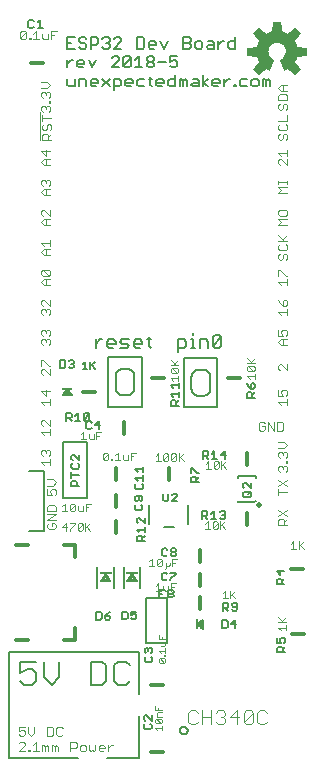
<source format=gto>
G75*
%MOIN*%
%OFA0B0*%
%FSLAX25Y25*%
%IPPOS*%
%LPD*%
%AMOC8*
5,1,8,0,0,1.08239X$1,22.5*
%
%ADD10C,0.00400*%
%ADD11C,0.00600*%
%ADD12C,0.00800*%
%ADD13C,0.00500*%
%ADD14C,0.00700*%
%ADD15C,0.00300*%
%ADD16C,0.01200*%
%ADD17R,0.03500X0.00750*%
%ADD18C,0.00200*%
%ADD19R,0.00750X0.03500*%
%ADD20R,0.03937X0.00787*%
%ADD21C,0.02000*%
D10*
X0032660Y0092180D02*
X0032193Y0092647D01*
X0032193Y0093581D01*
X0032660Y0094048D01*
X0033594Y0094048D02*
X0033594Y0093114D01*
X0033594Y0094048D02*
X0034528Y0094048D01*
X0034995Y0093581D01*
X0034995Y0092647D01*
X0034528Y0092180D01*
X0032660Y0092180D01*
X0032193Y0095127D02*
X0034995Y0096995D01*
X0032193Y0096995D01*
X0032193Y0098073D02*
X0032193Y0099474D01*
X0032660Y0099942D01*
X0034528Y0099942D01*
X0034995Y0099474D01*
X0034995Y0098073D01*
X0032193Y0098073D01*
X0032193Y0095127D02*
X0034995Y0095127D01*
X0034661Y0103285D02*
X0035195Y0103819D01*
X0035195Y0104887D01*
X0034661Y0105420D01*
X0033594Y0105420D01*
X0033060Y0104887D01*
X0033060Y0104353D01*
X0033594Y0103285D01*
X0031992Y0103285D01*
X0031992Y0105420D01*
X0031992Y0106600D02*
X0034128Y0106600D01*
X0035195Y0107668D01*
X0034128Y0108735D01*
X0031992Y0108735D01*
X0031093Y0113469D02*
X0030093Y0114470D01*
X0033095Y0114470D01*
X0033095Y0113469D02*
X0033095Y0115471D01*
X0032595Y0116600D02*
X0033095Y0117100D01*
X0033095Y0118101D01*
X0032595Y0118602D01*
X0032094Y0118602D01*
X0031594Y0118101D01*
X0031594Y0117601D01*
X0031594Y0118101D02*
X0031093Y0118602D01*
X0030593Y0118602D01*
X0030093Y0118101D01*
X0030093Y0117100D01*
X0030593Y0116600D01*
X0031093Y0123469D02*
X0030093Y0124470D01*
X0033095Y0124470D01*
X0033095Y0123469D02*
X0033095Y0125471D01*
X0033095Y0126600D02*
X0031093Y0128602D01*
X0030593Y0128602D01*
X0030093Y0128101D01*
X0030093Y0127100D01*
X0030593Y0126600D01*
X0033095Y0126600D02*
X0033095Y0128602D01*
X0033095Y0133469D02*
X0033095Y0135471D01*
X0033095Y0134470D02*
X0030093Y0134470D01*
X0031093Y0133469D01*
X0031594Y0136600D02*
X0031594Y0138602D01*
X0033095Y0138101D02*
X0030093Y0138101D01*
X0031594Y0136600D01*
X0030593Y0143469D02*
X0030093Y0143970D01*
X0030093Y0144971D01*
X0030593Y0145471D01*
X0031093Y0145471D01*
X0033095Y0143469D01*
X0033095Y0145471D01*
X0033095Y0146600D02*
X0032595Y0146600D01*
X0030593Y0148602D01*
X0030093Y0148602D01*
X0030093Y0146600D01*
X0030593Y0153469D02*
X0030093Y0153970D01*
X0030093Y0154971D01*
X0030593Y0155471D01*
X0031093Y0155471D01*
X0031594Y0154971D01*
X0032094Y0155471D01*
X0032595Y0155471D01*
X0033095Y0154971D01*
X0033095Y0153970D01*
X0032595Y0153469D01*
X0031594Y0154470D02*
X0031594Y0154971D01*
X0032595Y0156600D02*
X0033095Y0157100D01*
X0033095Y0158101D01*
X0032595Y0158602D01*
X0032094Y0158602D01*
X0031594Y0158101D01*
X0031594Y0157601D01*
X0031594Y0158101D02*
X0031093Y0158602D01*
X0030593Y0158602D01*
X0030093Y0158101D01*
X0030093Y0157100D01*
X0030593Y0156600D01*
X0030593Y0163469D02*
X0030093Y0163970D01*
X0030093Y0164971D01*
X0030593Y0165471D01*
X0031093Y0165471D01*
X0031594Y0164971D01*
X0032094Y0165471D01*
X0032595Y0165471D01*
X0033095Y0164971D01*
X0033095Y0163970D01*
X0032595Y0163469D01*
X0031594Y0164470D02*
X0031594Y0164971D01*
X0030593Y0166600D02*
X0030093Y0167100D01*
X0030093Y0168101D01*
X0030593Y0168602D01*
X0031093Y0168602D01*
X0033095Y0166600D01*
X0033095Y0168602D01*
X0033095Y0173469D02*
X0031093Y0173469D01*
X0030093Y0174470D01*
X0031093Y0175471D01*
X0033095Y0175471D01*
X0032595Y0176600D02*
X0030593Y0178602D01*
X0032595Y0178602D01*
X0033095Y0178101D01*
X0033095Y0177100D01*
X0032595Y0176600D01*
X0030593Y0176600D01*
X0030093Y0177100D01*
X0030093Y0178101D01*
X0030593Y0178602D01*
X0031594Y0175471D02*
X0031594Y0173469D01*
X0031594Y0183469D02*
X0031594Y0185471D01*
X0031093Y0185471D02*
X0033095Y0185471D01*
X0033095Y0186600D02*
X0033095Y0188602D01*
X0033095Y0187601D02*
X0030093Y0187601D01*
X0031093Y0186600D01*
X0031093Y0185471D02*
X0030093Y0184470D01*
X0031093Y0183469D01*
X0033095Y0183469D01*
X0033095Y0193469D02*
X0031093Y0193469D01*
X0030093Y0194470D01*
X0031093Y0195471D01*
X0033095Y0195471D01*
X0033095Y0196600D02*
X0031093Y0198602D01*
X0030593Y0198602D01*
X0030093Y0198101D01*
X0030093Y0197100D01*
X0030593Y0196600D01*
X0031594Y0195471D02*
X0031594Y0193469D01*
X0033095Y0196600D02*
X0033095Y0198602D01*
X0033095Y0203469D02*
X0031093Y0203469D01*
X0030093Y0204470D01*
X0031093Y0205471D01*
X0033095Y0205471D01*
X0032595Y0206600D02*
X0033095Y0207100D01*
X0033095Y0208101D01*
X0032595Y0208602D01*
X0032094Y0208602D01*
X0031594Y0208101D01*
X0031594Y0207601D01*
X0031594Y0208101D02*
X0031093Y0208602D01*
X0030593Y0208602D01*
X0030093Y0208101D01*
X0030093Y0207100D01*
X0030593Y0206600D01*
X0031594Y0205471D02*
X0031594Y0203469D01*
X0031594Y0213469D02*
X0031594Y0215471D01*
X0031093Y0215471D02*
X0033095Y0215471D01*
X0031594Y0216600D02*
X0031594Y0218602D01*
X0033095Y0218101D02*
X0030093Y0218101D01*
X0031594Y0216600D01*
X0031093Y0215471D02*
X0030093Y0214470D01*
X0031093Y0213469D01*
X0033095Y0213469D01*
X0033395Y0221904D02*
X0030393Y0221904D01*
X0030393Y0223405D01*
X0030893Y0223906D01*
X0031894Y0223906D01*
X0032394Y0223405D01*
X0032394Y0221904D01*
X0032394Y0222905D02*
X0033395Y0223906D01*
X0032895Y0225035D02*
X0033395Y0225535D01*
X0033395Y0226536D01*
X0032895Y0227036D01*
X0032394Y0227036D01*
X0031894Y0226536D01*
X0031894Y0225535D01*
X0031393Y0225035D01*
X0030893Y0225035D01*
X0030393Y0225535D01*
X0030393Y0226536D01*
X0030893Y0227036D01*
X0030393Y0228165D02*
X0030393Y0230167D01*
X0030593Y0231121D02*
X0030093Y0231622D01*
X0030093Y0232623D01*
X0030593Y0233123D01*
X0031093Y0233123D01*
X0031594Y0232623D01*
X0032094Y0233123D01*
X0032595Y0233123D01*
X0033095Y0232623D01*
X0033095Y0231622D01*
X0032595Y0231121D01*
X0031594Y0232122D02*
X0031594Y0232623D01*
X0032595Y0234252D02*
X0032595Y0234752D01*
X0033095Y0234752D01*
X0033095Y0234252D01*
X0032595Y0234252D01*
X0032595Y0235817D02*
X0033095Y0236318D01*
X0033095Y0237319D01*
X0032595Y0237819D01*
X0032094Y0237819D01*
X0031594Y0237319D01*
X0031594Y0236818D01*
X0031594Y0237319D02*
X0031093Y0237819D01*
X0030593Y0237819D01*
X0030093Y0237319D01*
X0030093Y0236318D01*
X0030593Y0235817D01*
X0030093Y0238948D02*
X0032094Y0238948D01*
X0033095Y0239949D01*
X0032094Y0240950D01*
X0030093Y0240950D01*
X0029595Y0231096D02*
X0029595Y0221704D01*
X0030393Y0229166D02*
X0033395Y0229166D01*
X0103100Y0127903D02*
X0102599Y0127402D01*
X0102599Y0125400D01*
X0103100Y0124900D01*
X0104100Y0124900D01*
X0104601Y0125400D01*
X0104601Y0126401D01*
X0103600Y0126401D01*
X0104601Y0127402D02*
X0104100Y0127903D01*
X0103100Y0127903D01*
X0105730Y0127903D02*
X0105730Y0124900D01*
X0107732Y0124900D02*
X0105730Y0127903D01*
X0107732Y0127903D02*
X0107732Y0124900D01*
X0108860Y0124900D02*
X0108860Y0127903D01*
X0110362Y0127903D01*
X0110862Y0127402D01*
X0110862Y0125400D01*
X0110362Y0124900D01*
X0108860Y0124900D01*
X0109093Y0120950D02*
X0111094Y0120950D01*
X0112095Y0119949D01*
X0111094Y0118948D01*
X0109093Y0118948D01*
X0109593Y0117819D02*
X0109093Y0117319D01*
X0109093Y0116318D01*
X0109593Y0115817D01*
X0110594Y0116818D02*
X0110594Y0117319D01*
X0111094Y0117819D01*
X0111595Y0117819D01*
X0112095Y0117319D01*
X0112095Y0116318D01*
X0111595Y0115817D01*
X0111595Y0114752D02*
X0112095Y0114752D01*
X0112095Y0114252D01*
X0111595Y0114252D01*
X0111595Y0114752D01*
X0111595Y0113123D02*
X0112095Y0112623D01*
X0112095Y0111622D01*
X0111595Y0111121D01*
X0110594Y0112122D02*
X0110594Y0112623D01*
X0111094Y0113123D01*
X0111595Y0113123D01*
X0110594Y0112623D02*
X0110093Y0113123D01*
X0109593Y0113123D01*
X0109093Y0112623D01*
X0109093Y0111622D01*
X0109593Y0111121D01*
X0109093Y0108602D02*
X0112095Y0106600D01*
X0112095Y0108602D02*
X0109093Y0106600D01*
X0109093Y0105471D02*
X0109093Y0103469D01*
X0109093Y0104470D02*
X0112095Y0104470D01*
X0112095Y0098602D02*
X0109093Y0096600D01*
X0109593Y0095471D02*
X0109093Y0094971D01*
X0109093Y0093469D01*
X0112095Y0093469D01*
X0111094Y0093469D02*
X0111094Y0094971D01*
X0110594Y0095471D01*
X0109593Y0095471D01*
X0111094Y0094470D02*
X0112095Y0095471D01*
X0112095Y0096600D02*
X0109093Y0098602D01*
X0110594Y0117319D02*
X0110093Y0117819D01*
X0109593Y0117819D01*
X0110093Y0133469D02*
X0109093Y0134470D01*
X0112095Y0134470D01*
X0112095Y0133469D02*
X0112095Y0135471D01*
X0111595Y0136600D02*
X0112095Y0137100D01*
X0112095Y0138101D01*
X0111595Y0138602D01*
X0110594Y0138602D01*
X0110093Y0138101D01*
X0110093Y0137601D01*
X0110594Y0136600D01*
X0109093Y0136600D01*
X0109093Y0138602D01*
X0109593Y0145035D02*
X0109093Y0145535D01*
X0109093Y0146536D01*
X0109593Y0147036D01*
X0110093Y0147036D01*
X0112095Y0145035D01*
X0112095Y0147036D01*
X0112095Y0153469D02*
X0110093Y0153469D01*
X0109093Y0154470D01*
X0110093Y0155471D01*
X0112095Y0155471D01*
X0111595Y0156600D02*
X0112095Y0157100D01*
X0112095Y0158101D01*
X0111595Y0158602D01*
X0110594Y0158602D01*
X0110093Y0158101D01*
X0110093Y0157601D01*
X0110594Y0156600D01*
X0109093Y0156600D01*
X0109093Y0158602D01*
X0110594Y0155471D02*
X0110594Y0153469D01*
X0110093Y0163469D02*
X0109093Y0164470D01*
X0112095Y0164470D01*
X0112095Y0163469D02*
X0112095Y0165471D01*
X0111595Y0166600D02*
X0112095Y0167100D01*
X0112095Y0168101D01*
X0111595Y0168602D01*
X0111094Y0168602D01*
X0110594Y0168101D01*
X0110594Y0166600D01*
X0111595Y0166600D01*
X0110594Y0166600D02*
X0109593Y0167601D01*
X0109093Y0168602D01*
X0110093Y0173469D02*
X0109093Y0174470D01*
X0112095Y0174470D01*
X0112095Y0173469D02*
X0112095Y0175471D01*
X0112095Y0176600D02*
X0111595Y0176600D01*
X0109593Y0178602D01*
X0109093Y0178602D01*
X0109093Y0176600D01*
X0109593Y0181904D02*
X0109093Y0182404D01*
X0109093Y0183405D01*
X0109593Y0183906D01*
X0110594Y0183405D02*
X0111094Y0183906D01*
X0111595Y0183906D01*
X0112095Y0183405D01*
X0112095Y0182404D01*
X0111595Y0181904D01*
X0110594Y0182404D02*
X0110594Y0183405D01*
X0110594Y0182404D02*
X0110093Y0181904D01*
X0109593Y0181904D01*
X0109593Y0185035D02*
X0109093Y0185535D01*
X0109093Y0186536D01*
X0109593Y0187036D01*
X0109093Y0188165D02*
X0112095Y0188165D01*
X0111094Y0188165D02*
X0109093Y0190167D01*
X0110594Y0188666D02*
X0112095Y0190167D01*
X0111595Y0187036D02*
X0112095Y0186536D01*
X0112095Y0185535D01*
X0111595Y0185035D01*
X0109593Y0185035D01*
X0109093Y0193469D02*
X0110093Y0194470D01*
X0109093Y0195471D01*
X0112095Y0195471D01*
X0111595Y0196600D02*
X0112095Y0197100D01*
X0112095Y0198101D01*
X0111595Y0198602D01*
X0109593Y0198602D01*
X0109093Y0198101D01*
X0109093Y0197100D01*
X0109593Y0196600D01*
X0111595Y0196600D01*
X0112095Y0193469D02*
X0109093Y0193469D01*
X0109093Y0203991D02*
X0110093Y0204992D01*
X0109093Y0205993D01*
X0112095Y0205993D01*
X0112095Y0207122D02*
X0112095Y0208123D01*
X0112095Y0207622D02*
X0109093Y0207622D01*
X0109093Y0207122D02*
X0109093Y0208123D01*
X0109093Y0203991D02*
X0112095Y0203991D01*
X0112095Y0213469D02*
X0110093Y0215471D01*
X0109593Y0215471D01*
X0109093Y0214971D01*
X0109093Y0213970D01*
X0109593Y0213469D01*
X0110093Y0216600D02*
X0109093Y0217601D01*
X0112095Y0217601D01*
X0112095Y0216600D02*
X0112095Y0218602D01*
X0112095Y0215471D02*
X0112095Y0213469D01*
X0111595Y0221904D02*
X0112095Y0222404D01*
X0112095Y0223405D01*
X0111595Y0223906D01*
X0111094Y0223906D01*
X0110594Y0223405D01*
X0110594Y0222404D01*
X0110093Y0221904D01*
X0109593Y0221904D01*
X0109093Y0222404D01*
X0109093Y0223405D01*
X0109593Y0223906D01*
X0109593Y0225035D02*
X0109093Y0225535D01*
X0109093Y0226536D01*
X0109593Y0227036D01*
X0109093Y0228165D02*
X0112095Y0228165D01*
X0112095Y0230167D01*
X0111595Y0231904D02*
X0112095Y0232404D01*
X0112095Y0233405D01*
X0111595Y0233906D01*
X0111094Y0233906D01*
X0110594Y0233405D01*
X0110594Y0232404D01*
X0110093Y0231904D01*
X0109593Y0231904D01*
X0109093Y0232404D01*
X0109093Y0233405D01*
X0109593Y0233906D01*
X0109093Y0235035D02*
X0109093Y0236536D01*
X0109593Y0237036D01*
X0111595Y0237036D01*
X0112095Y0236536D01*
X0112095Y0235035D01*
X0109093Y0235035D01*
X0110093Y0238165D02*
X0109093Y0239166D01*
X0110093Y0240167D01*
X0112095Y0240167D01*
X0112095Y0238165D02*
X0110093Y0238165D01*
X0110594Y0238165D02*
X0110594Y0240167D01*
X0111595Y0227036D02*
X0112095Y0226536D01*
X0112095Y0225535D01*
X0111595Y0225035D01*
X0109593Y0225035D01*
X0104493Y0031704D02*
X0102958Y0031704D01*
X0102191Y0030937D01*
X0102191Y0027867D01*
X0102958Y0027100D01*
X0104493Y0027100D01*
X0105260Y0027867D01*
X0105260Y0030937D02*
X0104493Y0031704D01*
X0100657Y0030937D02*
X0100657Y0027867D01*
X0099889Y0027100D01*
X0098355Y0027100D01*
X0097587Y0027867D01*
X0100657Y0030937D01*
X0099889Y0031704D01*
X0098355Y0031704D01*
X0097587Y0030937D01*
X0097587Y0027867D01*
X0096053Y0029402D02*
X0092983Y0029402D01*
X0095285Y0031704D01*
X0095285Y0027100D01*
X0091449Y0027867D02*
X0090681Y0027100D01*
X0089147Y0027100D01*
X0088379Y0027867D01*
X0086845Y0027100D02*
X0086845Y0031704D01*
X0088379Y0030937D02*
X0089147Y0031704D01*
X0090681Y0031704D01*
X0091449Y0030937D01*
X0091449Y0030169D01*
X0090681Y0029402D01*
X0091449Y0028635D01*
X0091449Y0027867D01*
X0090681Y0029402D02*
X0089914Y0029402D01*
X0086845Y0029402D02*
X0083775Y0029402D01*
X0082241Y0030937D02*
X0081473Y0031704D01*
X0079939Y0031704D01*
X0079172Y0030937D01*
X0079172Y0027867D01*
X0079939Y0027100D01*
X0081473Y0027100D01*
X0082241Y0027867D01*
X0083775Y0027100D02*
X0083775Y0031704D01*
D11*
X0083995Y0058775D02*
X0081995Y0060275D01*
X0083995Y0061775D01*
X0083995Y0058775D01*
X0083995Y0059175D02*
X0083462Y0059175D01*
X0083995Y0059773D02*
X0082664Y0059773D01*
X0082124Y0060372D02*
X0083995Y0060372D01*
X0083995Y0060970D02*
X0082922Y0060970D01*
X0083720Y0061569D02*
X0083995Y0061569D01*
X0090520Y0061627D02*
X0090520Y0059025D01*
X0091821Y0059025D01*
X0092255Y0059459D01*
X0092255Y0061194D01*
X0091821Y0061627D01*
X0090520Y0061627D01*
X0090670Y0064875D02*
X0090670Y0067477D01*
X0091971Y0067477D01*
X0092405Y0067044D01*
X0092405Y0066176D01*
X0091971Y0065742D01*
X0090670Y0065742D01*
X0091538Y0065742D02*
X0092405Y0064875D01*
X0093617Y0065309D02*
X0094050Y0064875D01*
X0094918Y0064875D01*
X0095351Y0065309D01*
X0095351Y0067044D01*
X0094918Y0067477D01*
X0094050Y0067477D01*
X0093617Y0067044D01*
X0093617Y0066610D01*
X0094050Y0066176D01*
X0095351Y0066176D01*
X0094768Y0061627D02*
X0093467Y0060326D01*
X0095201Y0060326D01*
X0094768Y0059025D02*
X0094768Y0061627D01*
X0108818Y0055756D02*
X0108818Y0054022D01*
X0110119Y0054022D01*
X0109685Y0054889D01*
X0109685Y0055323D01*
X0110119Y0055756D01*
X0110986Y0055756D01*
X0111420Y0055323D01*
X0111420Y0054455D01*
X0110986Y0054022D01*
X0111420Y0052810D02*
X0110553Y0051942D01*
X0110553Y0052376D02*
X0110553Y0051075D01*
X0111420Y0051075D02*
X0108818Y0051075D01*
X0108818Y0052376D01*
X0109252Y0052810D01*
X0110119Y0052810D01*
X0110553Y0052376D01*
X0110303Y0073825D02*
X0110303Y0075126D01*
X0109869Y0075560D01*
X0109002Y0075560D01*
X0108568Y0075126D01*
X0108568Y0073825D01*
X0111170Y0073825D01*
X0110303Y0074692D02*
X0111170Y0075560D01*
X0109869Y0076772D02*
X0109869Y0078506D01*
X0108568Y0078073D02*
X0109869Y0076772D01*
X0111170Y0078073D02*
X0108568Y0078073D01*
X0099561Y0102753D02*
X0097827Y0102753D01*
X0097393Y0103187D01*
X0097393Y0104055D01*
X0097827Y0104488D01*
X0099561Y0104488D01*
X0099995Y0104055D01*
X0099995Y0103187D01*
X0099561Y0102753D01*
X0099128Y0103621D02*
X0099995Y0104488D01*
X0099995Y0105700D02*
X0098260Y0107435D01*
X0097827Y0107435D01*
X0097393Y0107001D01*
X0097393Y0106134D01*
X0097827Y0105700D01*
X0099995Y0105700D02*
X0099995Y0107435D01*
X0091250Y0115500D02*
X0091250Y0118102D01*
X0089949Y0116801D01*
X0091683Y0116801D01*
X0088737Y0115500D02*
X0087002Y0115500D01*
X0087870Y0115500D02*
X0087870Y0118102D01*
X0087002Y0117235D01*
X0085790Y0117669D02*
X0085790Y0116801D01*
X0085357Y0116367D01*
X0084056Y0116367D01*
X0084923Y0116367D02*
X0085790Y0115500D01*
X0084056Y0115500D02*
X0084056Y0118102D01*
X0085357Y0118102D01*
X0085790Y0117669D01*
X0080402Y0112388D02*
X0082136Y0110653D01*
X0082570Y0110653D01*
X0082570Y0109442D02*
X0081703Y0108574D01*
X0081703Y0109008D02*
X0081703Y0107707D01*
X0082570Y0107707D02*
X0079968Y0107707D01*
X0079968Y0109008D01*
X0080402Y0109442D01*
X0081269Y0109442D01*
X0081703Y0109008D01*
X0079968Y0110653D02*
X0079968Y0112388D01*
X0080402Y0112388D01*
X0075030Y0103902D02*
X0074163Y0103902D01*
X0073729Y0103469D01*
X0072517Y0103902D02*
X0072517Y0101734D01*
X0072084Y0101300D01*
X0071216Y0101300D01*
X0070783Y0101734D01*
X0070783Y0103902D01*
X0073729Y0101300D02*
X0075464Y0103035D01*
X0075464Y0103469D01*
X0075030Y0103902D01*
X0075464Y0101300D02*
X0073729Y0101300D01*
X0064570Y0095738D02*
X0064570Y0094003D01*
X0062835Y0095738D01*
X0062402Y0095738D01*
X0061968Y0095305D01*
X0061968Y0094437D01*
X0062402Y0094003D01*
X0061968Y0091924D02*
X0064570Y0091924D01*
X0064570Y0091057D02*
X0064570Y0092792D01*
X0064570Y0089845D02*
X0063703Y0088978D01*
X0063703Y0089412D02*
X0063703Y0088110D01*
X0064570Y0088110D02*
X0061968Y0088110D01*
X0061968Y0089412D01*
X0062402Y0089845D01*
X0063269Y0089845D01*
X0063703Y0089412D01*
X0062835Y0091057D02*
X0061968Y0091924D01*
X0061702Y0098457D02*
X0061268Y0098891D01*
X0061268Y0099758D01*
X0061702Y0100192D01*
X0061702Y0101403D02*
X0061268Y0101837D01*
X0061268Y0102705D01*
X0061702Y0103138D01*
X0063436Y0103138D01*
X0063870Y0102705D01*
X0063870Y0101837D01*
X0063436Y0101403D01*
X0062569Y0101837D02*
X0062569Y0103138D01*
X0062569Y0101837D02*
X0062135Y0101403D01*
X0061702Y0101403D01*
X0063436Y0100192D02*
X0063870Y0099758D01*
X0063870Y0098891D01*
X0063436Y0098457D01*
X0061702Y0098457D01*
X0061852Y0105310D02*
X0061418Y0105744D01*
X0061418Y0106612D01*
X0061852Y0107045D01*
X0062285Y0108257D02*
X0061418Y0109124D01*
X0064020Y0109124D01*
X0064020Y0108257D02*
X0064020Y0109992D01*
X0064020Y0111203D02*
X0064020Y0112938D01*
X0064020Y0112071D02*
X0061418Y0112071D01*
X0062285Y0111203D01*
X0063586Y0107045D02*
X0064020Y0106612D01*
X0064020Y0105744D01*
X0063586Y0105310D01*
X0061852Y0105310D01*
X0070893Y0085636D02*
X0070459Y0085202D01*
X0070459Y0083467D01*
X0070893Y0083033D01*
X0071760Y0083033D01*
X0072194Y0083467D01*
X0073406Y0083467D02*
X0073839Y0083033D01*
X0074707Y0083033D01*
X0075141Y0083467D01*
X0075141Y0083901D01*
X0074707Y0084335D01*
X0073839Y0084335D01*
X0073406Y0084768D01*
X0073406Y0085202D01*
X0073839Y0085636D01*
X0074707Y0085636D01*
X0075141Y0085202D01*
X0075141Y0084768D01*
X0074707Y0084335D01*
X0073839Y0084335D02*
X0073406Y0083901D01*
X0073406Y0083467D01*
X0072194Y0085202D02*
X0071760Y0085636D01*
X0070893Y0085636D01*
X0070684Y0077567D02*
X0070251Y0077134D01*
X0070251Y0075399D01*
X0070684Y0074965D01*
X0071552Y0074965D01*
X0071985Y0075399D01*
X0073197Y0075399D02*
X0073197Y0074965D01*
X0073197Y0075399D02*
X0074932Y0077134D01*
X0074932Y0077567D01*
X0073197Y0077567D01*
X0071985Y0077134D02*
X0071552Y0077567D01*
X0070684Y0077567D01*
X0071262Y0071877D02*
X0069527Y0071877D01*
X0069527Y0069275D01*
X0069527Y0070576D02*
X0070395Y0070576D01*
X0072474Y0070576D02*
X0073775Y0070576D01*
X0074208Y0070142D01*
X0074208Y0069709D01*
X0073775Y0069275D01*
X0072474Y0069275D01*
X0072474Y0071877D01*
X0073775Y0071877D01*
X0074208Y0071444D01*
X0074208Y0071010D01*
X0073775Y0070576D01*
X0066711Y0052431D02*
X0067145Y0051998D01*
X0067145Y0051130D01*
X0066711Y0050697D01*
X0066711Y0049485D02*
X0067145Y0049051D01*
X0067145Y0048184D01*
X0066711Y0047750D01*
X0064977Y0047750D01*
X0064543Y0048184D01*
X0064543Y0049051D01*
X0064977Y0049485D01*
X0064977Y0050697D02*
X0064543Y0051130D01*
X0064543Y0051998D01*
X0064977Y0052431D01*
X0065410Y0052431D01*
X0065844Y0051998D01*
X0066278Y0052431D01*
X0066711Y0052431D01*
X0065844Y0051998D02*
X0065844Y0051564D01*
X0061400Y0062000D02*
X0060532Y0062000D01*
X0060099Y0062434D01*
X0060099Y0063301D02*
X0060966Y0063735D01*
X0061400Y0063735D01*
X0061833Y0063301D01*
X0061833Y0062434D01*
X0061400Y0062000D01*
X0060099Y0063301D02*
X0060099Y0064602D01*
X0061833Y0064602D01*
X0058887Y0064169D02*
X0058887Y0062434D01*
X0058453Y0062000D01*
X0057152Y0062000D01*
X0057152Y0064602D01*
X0058453Y0064602D01*
X0058887Y0064169D01*
X0053158Y0064502D02*
X0052291Y0064069D01*
X0051424Y0063201D01*
X0052725Y0063201D01*
X0053158Y0062767D01*
X0053158Y0062334D01*
X0052725Y0061900D01*
X0051857Y0061900D01*
X0051424Y0062334D01*
X0051424Y0063201D01*
X0050212Y0062334D02*
X0050212Y0064069D01*
X0049778Y0064502D01*
X0048477Y0064502D01*
X0048477Y0061900D01*
X0049778Y0061900D01*
X0050212Y0062334D01*
X0064752Y0030006D02*
X0064318Y0029573D01*
X0064318Y0028705D01*
X0064752Y0028272D01*
X0064752Y0027060D02*
X0064318Y0026626D01*
X0064318Y0025759D01*
X0064752Y0025325D01*
X0066486Y0025325D01*
X0066920Y0025759D01*
X0066920Y0026626D01*
X0066486Y0027060D01*
X0066920Y0028272D02*
X0065185Y0030006D01*
X0064752Y0030006D01*
X0066920Y0030006D02*
X0066920Y0028272D01*
X0083756Y0095500D02*
X0083756Y0098102D01*
X0085057Y0098102D01*
X0085490Y0097669D01*
X0085490Y0096801D01*
X0085057Y0096367D01*
X0083756Y0096367D01*
X0084623Y0096367D02*
X0085490Y0095500D01*
X0086702Y0095500D02*
X0088437Y0095500D01*
X0087570Y0095500D02*
X0087570Y0098102D01*
X0086702Y0097235D01*
X0089649Y0097669D02*
X0090082Y0098102D01*
X0090950Y0098102D01*
X0091383Y0097669D01*
X0091383Y0097235D01*
X0090950Y0096801D01*
X0091383Y0096367D01*
X0091383Y0095934D01*
X0090950Y0095500D01*
X0090082Y0095500D01*
X0089649Y0095934D01*
X0090516Y0096801D02*
X0090950Y0096801D01*
X0075920Y0133210D02*
X0073318Y0133210D01*
X0073318Y0134512D01*
X0073752Y0134945D01*
X0074619Y0134945D01*
X0075053Y0134512D01*
X0075053Y0133210D01*
X0075053Y0134078D02*
X0075920Y0134945D01*
X0075920Y0136157D02*
X0075920Y0137892D01*
X0075920Y0137024D02*
X0073318Y0137024D01*
X0074185Y0136157D01*
X0074185Y0139103D02*
X0073318Y0139971D01*
X0075920Y0139971D01*
X0075920Y0140838D02*
X0075920Y0139103D01*
X0075542Y0151099D02*
X0075542Y0155302D01*
X0077644Y0155302D01*
X0078345Y0154602D01*
X0078345Y0153201D01*
X0077644Y0152500D01*
X0075542Y0152500D01*
X0079962Y0152500D02*
X0081363Y0152500D01*
X0080663Y0152500D02*
X0080663Y0155302D01*
X0079962Y0155302D01*
X0080663Y0156704D02*
X0080663Y0157404D01*
X0082909Y0155302D02*
X0082909Y0152500D01*
X0082909Y0155302D02*
X0085010Y0155302D01*
X0085711Y0154602D01*
X0085711Y0152500D01*
X0087328Y0153201D02*
X0087328Y0156003D01*
X0088029Y0156704D01*
X0089430Y0156704D01*
X0090131Y0156003D01*
X0087328Y0153201D01*
X0088029Y0152500D01*
X0089430Y0152500D01*
X0090131Y0153201D01*
X0090131Y0156003D01*
X0098643Y0140613D02*
X0099077Y0139746D01*
X0099944Y0138878D01*
X0099944Y0140180D01*
X0100378Y0140613D01*
X0100811Y0140613D01*
X0101245Y0140180D01*
X0101245Y0139312D01*
X0100811Y0138878D01*
X0099944Y0138878D01*
X0099944Y0137667D02*
X0099077Y0137667D01*
X0098643Y0137233D01*
X0098643Y0135932D01*
X0101245Y0135932D01*
X0100378Y0135932D02*
X0100378Y0137233D01*
X0099944Y0137667D01*
X0100378Y0136799D02*
X0101245Y0137667D01*
X0066744Y0152500D02*
X0066044Y0153201D01*
X0066044Y0156003D01*
X0066744Y0155302D02*
X0065343Y0155302D01*
X0063726Y0154602D02*
X0063726Y0153901D01*
X0060923Y0153901D01*
X0060923Y0153201D02*
X0060923Y0154602D01*
X0061624Y0155302D01*
X0063025Y0155302D01*
X0063726Y0154602D01*
X0063025Y0152500D02*
X0061624Y0152500D01*
X0060923Y0153201D01*
X0059306Y0153201D02*
X0058605Y0153901D01*
X0057204Y0153901D01*
X0056504Y0154602D01*
X0057204Y0155302D01*
X0059306Y0155302D01*
X0059306Y0153201D02*
X0058605Y0152500D01*
X0056504Y0152500D01*
X0054886Y0153901D02*
X0052084Y0153901D01*
X0052084Y0153201D02*
X0052084Y0154602D01*
X0052784Y0155302D01*
X0054186Y0155302D01*
X0054886Y0154602D01*
X0054886Y0153901D01*
X0054186Y0152500D02*
X0052784Y0152500D01*
X0052084Y0153201D01*
X0050502Y0155302D02*
X0049802Y0155302D01*
X0048401Y0153901D01*
X0048401Y0152500D02*
X0048401Y0155302D01*
X0040951Y0147944D02*
X0040951Y0147510D01*
X0040518Y0147076D01*
X0040951Y0146642D01*
X0040951Y0146209D01*
X0040518Y0145775D01*
X0039650Y0145775D01*
X0039217Y0146209D01*
X0038005Y0146209D02*
X0038005Y0147944D01*
X0037571Y0148377D01*
X0036270Y0148377D01*
X0036270Y0145775D01*
X0037571Y0145775D01*
X0038005Y0146209D01*
X0039217Y0147944D02*
X0039650Y0148377D01*
X0040518Y0148377D01*
X0040951Y0147944D01*
X0040518Y0147076D02*
X0040084Y0147076D01*
X0038795Y0138750D02*
X0040295Y0136750D01*
X0037295Y0136750D01*
X0038795Y0138750D01*
X0038366Y0138178D02*
X0039224Y0138178D01*
X0039673Y0137580D02*
X0037918Y0137580D01*
X0037469Y0136981D02*
X0040122Y0136981D01*
X0039796Y0130727D02*
X0038495Y0130727D01*
X0038495Y0128125D01*
X0038495Y0128992D02*
X0039796Y0128992D01*
X0040230Y0129426D01*
X0040230Y0130294D01*
X0039796Y0130727D01*
X0039363Y0128992D02*
X0040230Y0128125D01*
X0041442Y0128125D02*
X0043176Y0128125D01*
X0042309Y0128125D02*
X0042309Y0130727D01*
X0041442Y0129860D01*
X0044388Y0130294D02*
X0044388Y0128559D01*
X0046123Y0130294D01*
X0046123Y0128559D01*
X0045689Y0128125D01*
X0044822Y0128125D01*
X0044388Y0128559D01*
X0045152Y0127594D02*
X0045152Y0125859D01*
X0045586Y0125425D01*
X0046453Y0125425D01*
X0046887Y0125859D01*
X0048099Y0126726D02*
X0049833Y0126726D01*
X0049400Y0125425D02*
X0049400Y0128027D01*
X0048099Y0126726D01*
X0046887Y0127594D02*
X0046453Y0128027D01*
X0045586Y0128027D01*
X0045152Y0127594D01*
X0044388Y0130294D02*
X0044822Y0130727D01*
X0045689Y0130727D01*
X0046123Y0130294D01*
X0042795Y0116888D02*
X0042795Y0115153D01*
X0041060Y0116888D01*
X0040627Y0116888D01*
X0040193Y0116455D01*
X0040193Y0115587D01*
X0040627Y0115153D01*
X0040627Y0113942D02*
X0040193Y0113508D01*
X0040193Y0112641D01*
X0040627Y0112207D01*
X0042361Y0112207D01*
X0042795Y0112641D01*
X0042795Y0113508D01*
X0042361Y0113942D01*
X0042795Y0110128D02*
X0040193Y0110128D01*
X0040193Y0110995D02*
X0040193Y0109260D01*
X0040627Y0108049D02*
X0040193Y0107615D01*
X0040193Y0106314D01*
X0042795Y0106314D01*
X0041928Y0106314D02*
X0041928Y0107615D01*
X0041494Y0108049D01*
X0040627Y0108049D01*
X0030769Y0259075D02*
X0028901Y0259075D01*
X0029835Y0259075D02*
X0029835Y0261877D01*
X0028901Y0260943D01*
X0027638Y0261410D02*
X0027171Y0261877D01*
X0026237Y0261877D01*
X0025770Y0261410D01*
X0025770Y0259542D01*
X0026237Y0259075D01*
X0027171Y0259075D01*
X0027638Y0259542D01*
D12*
X0019268Y0051117D02*
X0019268Y0015683D01*
X0042497Y0015683D01*
X0051946Y0015683D02*
X0062575Y0015683D01*
X0062575Y0029857D01*
X0062575Y0036943D02*
X0062575Y0051117D01*
X0019268Y0051117D01*
X0026095Y0091275D02*
X0031095Y0091275D01*
X0031095Y0111525D01*
X0026095Y0111525D01*
X0037458Y0102351D02*
X0037458Y0121249D01*
X0045332Y0121249D01*
X0045332Y0102351D01*
X0037458Y0102351D01*
X0048814Y0079337D02*
X0048814Y0072463D01*
X0049995Y0074719D02*
X0051570Y0077081D01*
X0053145Y0074719D01*
X0049995Y0074719D01*
X0050783Y0075113D02*
X0051570Y0076294D01*
X0052358Y0075113D01*
X0050783Y0075113D01*
X0050825Y0075176D02*
X0052315Y0075176D01*
X0051783Y0075975D02*
X0051358Y0075975D01*
X0054326Y0079337D02*
X0054326Y0072463D01*
X0057689Y0072463D02*
X0057689Y0079337D01*
X0060445Y0077081D02*
X0058870Y0074719D01*
X0062020Y0074719D01*
X0060445Y0077081D01*
X0060445Y0076294D02*
X0059658Y0075113D01*
X0061233Y0075113D01*
X0060445Y0076294D01*
X0060233Y0075975D02*
X0060658Y0075975D01*
X0061190Y0075176D02*
X0059700Y0075176D01*
X0063201Y0072463D02*
X0063201Y0079337D01*
X0065020Y0069000D02*
X0072020Y0069000D01*
X0072020Y0054000D01*
X0065020Y0054000D01*
X0065020Y0069000D01*
X0071120Y0092866D02*
X0074270Y0092866D01*
X0079191Y0093850D02*
X0079191Y0100150D01*
X0066199Y0100150D02*
X0066199Y0093850D01*
X0095645Y0101000D02*
X0095645Y0101550D01*
X0095645Y0101000D02*
X0101045Y0101000D01*
X0101545Y0101550D01*
X0101545Y0109250D02*
X0101545Y0109800D01*
X0095645Y0109800D01*
X0095645Y0109250D01*
X0076368Y0024983D02*
X0076370Y0025054D01*
X0076376Y0025125D01*
X0076386Y0025196D01*
X0076400Y0025266D01*
X0076417Y0025335D01*
X0076439Y0025403D01*
X0076464Y0025469D01*
X0076493Y0025535D01*
X0076525Y0025598D01*
X0076561Y0025660D01*
X0076600Y0025719D01*
X0076643Y0025776D01*
X0076689Y0025831D01*
X0076737Y0025883D01*
X0076789Y0025933D01*
X0076843Y0025979D01*
X0076899Y0026022D01*
X0076958Y0026062D01*
X0077019Y0026099D01*
X0077082Y0026132D01*
X0077147Y0026162D01*
X0077213Y0026188D01*
X0077281Y0026211D01*
X0077350Y0026229D01*
X0077420Y0026244D01*
X0077490Y0026255D01*
X0077561Y0026262D01*
X0077632Y0026265D01*
X0077703Y0026264D01*
X0077775Y0026259D01*
X0077845Y0026250D01*
X0077915Y0026237D01*
X0077985Y0026221D01*
X0078053Y0026200D01*
X0078120Y0026176D01*
X0078186Y0026148D01*
X0078249Y0026116D01*
X0078311Y0026081D01*
X0078371Y0026043D01*
X0078429Y0026001D01*
X0078485Y0025956D01*
X0078537Y0025908D01*
X0078587Y0025857D01*
X0078635Y0025804D01*
X0078679Y0025748D01*
X0078720Y0025690D01*
X0078757Y0025629D01*
X0078791Y0025567D01*
X0078822Y0025502D01*
X0078849Y0025436D01*
X0078873Y0025369D01*
X0078892Y0025300D01*
X0078908Y0025231D01*
X0078920Y0025161D01*
X0078928Y0025090D01*
X0078932Y0025019D01*
X0078932Y0024947D01*
X0078928Y0024876D01*
X0078920Y0024805D01*
X0078908Y0024735D01*
X0078892Y0024666D01*
X0078873Y0024597D01*
X0078849Y0024530D01*
X0078822Y0024464D01*
X0078791Y0024399D01*
X0078757Y0024337D01*
X0078720Y0024276D01*
X0078679Y0024218D01*
X0078635Y0024162D01*
X0078587Y0024109D01*
X0078537Y0024058D01*
X0078485Y0024010D01*
X0078429Y0023965D01*
X0078371Y0023923D01*
X0078311Y0023885D01*
X0078249Y0023850D01*
X0078186Y0023818D01*
X0078120Y0023790D01*
X0078053Y0023766D01*
X0077985Y0023745D01*
X0077915Y0023729D01*
X0077845Y0023716D01*
X0077775Y0023707D01*
X0077703Y0023702D01*
X0077632Y0023701D01*
X0077561Y0023704D01*
X0077490Y0023711D01*
X0077420Y0023722D01*
X0077350Y0023737D01*
X0077281Y0023755D01*
X0077213Y0023778D01*
X0077147Y0023804D01*
X0077082Y0023834D01*
X0077019Y0023867D01*
X0076958Y0023904D01*
X0076899Y0023944D01*
X0076843Y0023987D01*
X0076789Y0024033D01*
X0076737Y0024083D01*
X0076689Y0024135D01*
X0076643Y0024190D01*
X0076600Y0024247D01*
X0076561Y0024306D01*
X0076525Y0024368D01*
X0076493Y0024431D01*
X0076464Y0024497D01*
X0076439Y0024563D01*
X0076417Y0024631D01*
X0076400Y0024700D01*
X0076386Y0024770D01*
X0076376Y0024841D01*
X0076370Y0024912D01*
X0076368Y0024983D01*
D13*
X0077833Y0132632D02*
X0088857Y0132632D01*
X0088857Y0149168D01*
X0077833Y0149168D01*
X0077833Y0132632D01*
X0080196Y0138931D02*
X0080196Y0142869D01*
X0080198Y0142964D01*
X0080204Y0143059D01*
X0080213Y0143154D01*
X0080227Y0143248D01*
X0080244Y0143341D01*
X0080265Y0143434D01*
X0080289Y0143526D01*
X0080318Y0143617D01*
X0080349Y0143707D01*
X0080385Y0143795D01*
X0080424Y0143882D01*
X0080467Y0143967D01*
X0080512Y0144050D01*
X0080562Y0144131D01*
X0080614Y0144211D01*
X0080670Y0144288D01*
X0080728Y0144363D01*
X0080790Y0144435D01*
X0080855Y0144505D01*
X0080922Y0144572D01*
X0080992Y0144637D01*
X0081064Y0144699D01*
X0081139Y0144757D01*
X0081216Y0144813D01*
X0081296Y0144865D01*
X0081377Y0144915D01*
X0081460Y0144960D01*
X0081545Y0145003D01*
X0081632Y0145042D01*
X0081720Y0145078D01*
X0081810Y0145109D01*
X0081901Y0145138D01*
X0081993Y0145162D01*
X0082086Y0145183D01*
X0082179Y0145200D01*
X0082273Y0145214D01*
X0082368Y0145223D01*
X0082463Y0145229D01*
X0082558Y0145231D01*
X0084133Y0145231D01*
X0084228Y0145229D01*
X0084323Y0145223D01*
X0084418Y0145214D01*
X0084512Y0145200D01*
X0084605Y0145183D01*
X0084698Y0145162D01*
X0084790Y0145138D01*
X0084881Y0145109D01*
X0084971Y0145078D01*
X0085059Y0145042D01*
X0085146Y0145003D01*
X0085231Y0144960D01*
X0085314Y0144915D01*
X0085395Y0144865D01*
X0085475Y0144813D01*
X0085552Y0144757D01*
X0085627Y0144699D01*
X0085699Y0144637D01*
X0085769Y0144572D01*
X0085836Y0144505D01*
X0085901Y0144435D01*
X0085963Y0144363D01*
X0086021Y0144288D01*
X0086077Y0144211D01*
X0086129Y0144131D01*
X0086179Y0144050D01*
X0086224Y0143967D01*
X0086267Y0143882D01*
X0086306Y0143795D01*
X0086342Y0143707D01*
X0086373Y0143617D01*
X0086402Y0143526D01*
X0086426Y0143434D01*
X0086447Y0143341D01*
X0086464Y0143248D01*
X0086478Y0143154D01*
X0086487Y0143059D01*
X0086493Y0142964D01*
X0086495Y0142869D01*
X0086495Y0138931D01*
X0086493Y0138836D01*
X0086487Y0138741D01*
X0086478Y0138646D01*
X0086464Y0138552D01*
X0086447Y0138459D01*
X0086426Y0138366D01*
X0086402Y0138274D01*
X0086373Y0138183D01*
X0086342Y0138093D01*
X0086306Y0138005D01*
X0086267Y0137918D01*
X0086224Y0137833D01*
X0086179Y0137750D01*
X0086129Y0137669D01*
X0086077Y0137589D01*
X0086021Y0137512D01*
X0085963Y0137437D01*
X0085901Y0137365D01*
X0085836Y0137295D01*
X0085769Y0137228D01*
X0085699Y0137163D01*
X0085627Y0137101D01*
X0085552Y0137043D01*
X0085475Y0136987D01*
X0085395Y0136935D01*
X0085314Y0136885D01*
X0085231Y0136840D01*
X0085146Y0136797D01*
X0085059Y0136758D01*
X0084971Y0136722D01*
X0084881Y0136691D01*
X0084790Y0136662D01*
X0084698Y0136638D01*
X0084605Y0136617D01*
X0084512Y0136600D01*
X0084418Y0136586D01*
X0084323Y0136577D01*
X0084228Y0136571D01*
X0084133Y0136569D01*
X0082558Y0136569D01*
X0082463Y0136571D01*
X0082368Y0136577D01*
X0082273Y0136586D01*
X0082179Y0136600D01*
X0082086Y0136617D01*
X0081993Y0136638D01*
X0081901Y0136662D01*
X0081810Y0136691D01*
X0081720Y0136722D01*
X0081632Y0136758D01*
X0081545Y0136797D01*
X0081460Y0136840D01*
X0081377Y0136885D01*
X0081296Y0136935D01*
X0081216Y0136987D01*
X0081139Y0137043D01*
X0081064Y0137101D01*
X0080992Y0137163D01*
X0080922Y0137228D01*
X0080855Y0137295D01*
X0080790Y0137365D01*
X0080728Y0137437D01*
X0080670Y0137512D01*
X0080614Y0137589D01*
X0080562Y0137669D01*
X0080512Y0137750D01*
X0080467Y0137833D01*
X0080424Y0137918D01*
X0080385Y0138005D01*
X0080349Y0138093D01*
X0080318Y0138183D01*
X0080289Y0138274D01*
X0080265Y0138366D01*
X0080244Y0138459D01*
X0080227Y0138552D01*
X0080213Y0138646D01*
X0080204Y0138741D01*
X0080198Y0138836D01*
X0080196Y0138931D01*
X0063557Y0132882D02*
X0052533Y0132882D01*
X0052533Y0149418D01*
X0063557Y0149418D01*
X0063557Y0132882D01*
X0061195Y0139181D02*
X0061195Y0143119D01*
X0061193Y0143214D01*
X0061187Y0143309D01*
X0061178Y0143404D01*
X0061164Y0143498D01*
X0061147Y0143591D01*
X0061126Y0143684D01*
X0061102Y0143776D01*
X0061073Y0143867D01*
X0061042Y0143957D01*
X0061006Y0144045D01*
X0060967Y0144132D01*
X0060924Y0144217D01*
X0060879Y0144300D01*
X0060829Y0144381D01*
X0060777Y0144461D01*
X0060721Y0144538D01*
X0060663Y0144613D01*
X0060601Y0144685D01*
X0060536Y0144755D01*
X0060469Y0144822D01*
X0060399Y0144887D01*
X0060327Y0144949D01*
X0060252Y0145007D01*
X0060175Y0145063D01*
X0060095Y0145115D01*
X0060014Y0145165D01*
X0059931Y0145210D01*
X0059846Y0145253D01*
X0059759Y0145292D01*
X0059671Y0145328D01*
X0059581Y0145359D01*
X0059490Y0145388D01*
X0059398Y0145412D01*
X0059305Y0145433D01*
X0059212Y0145450D01*
X0059118Y0145464D01*
X0059023Y0145473D01*
X0058928Y0145479D01*
X0058833Y0145481D01*
X0057258Y0145481D01*
X0057163Y0145479D01*
X0057068Y0145473D01*
X0056973Y0145464D01*
X0056879Y0145450D01*
X0056786Y0145433D01*
X0056693Y0145412D01*
X0056601Y0145388D01*
X0056510Y0145359D01*
X0056420Y0145328D01*
X0056332Y0145292D01*
X0056245Y0145253D01*
X0056160Y0145210D01*
X0056077Y0145165D01*
X0055996Y0145115D01*
X0055916Y0145063D01*
X0055839Y0145007D01*
X0055764Y0144949D01*
X0055692Y0144887D01*
X0055622Y0144822D01*
X0055555Y0144755D01*
X0055490Y0144685D01*
X0055428Y0144613D01*
X0055370Y0144538D01*
X0055314Y0144461D01*
X0055262Y0144381D01*
X0055212Y0144300D01*
X0055167Y0144217D01*
X0055124Y0144132D01*
X0055085Y0144045D01*
X0055049Y0143957D01*
X0055018Y0143867D01*
X0054989Y0143776D01*
X0054965Y0143684D01*
X0054944Y0143591D01*
X0054927Y0143498D01*
X0054913Y0143404D01*
X0054904Y0143309D01*
X0054898Y0143214D01*
X0054896Y0143119D01*
X0054896Y0139181D01*
X0054898Y0139086D01*
X0054904Y0138991D01*
X0054913Y0138896D01*
X0054927Y0138802D01*
X0054944Y0138709D01*
X0054965Y0138616D01*
X0054989Y0138524D01*
X0055018Y0138433D01*
X0055049Y0138343D01*
X0055085Y0138255D01*
X0055124Y0138168D01*
X0055167Y0138083D01*
X0055212Y0138000D01*
X0055262Y0137919D01*
X0055314Y0137839D01*
X0055370Y0137762D01*
X0055428Y0137687D01*
X0055490Y0137615D01*
X0055555Y0137545D01*
X0055622Y0137478D01*
X0055692Y0137413D01*
X0055764Y0137351D01*
X0055839Y0137293D01*
X0055916Y0137237D01*
X0055996Y0137185D01*
X0056077Y0137135D01*
X0056160Y0137090D01*
X0056245Y0137047D01*
X0056332Y0137008D01*
X0056420Y0136972D01*
X0056510Y0136941D01*
X0056601Y0136912D01*
X0056693Y0136888D01*
X0056786Y0136867D01*
X0056879Y0136850D01*
X0056973Y0136836D01*
X0057068Y0136827D01*
X0057163Y0136821D01*
X0057258Y0136819D01*
X0058833Y0136819D01*
X0058928Y0136821D01*
X0059023Y0136827D01*
X0059118Y0136836D01*
X0059212Y0136850D01*
X0059305Y0136867D01*
X0059398Y0136888D01*
X0059490Y0136912D01*
X0059581Y0136941D01*
X0059671Y0136972D01*
X0059759Y0137008D01*
X0059846Y0137047D01*
X0059931Y0137090D01*
X0060014Y0137135D01*
X0060095Y0137185D01*
X0060175Y0137237D01*
X0060252Y0137293D01*
X0060327Y0137351D01*
X0060399Y0137413D01*
X0060469Y0137478D01*
X0060536Y0137545D01*
X0060601Y0137615D01*
X0060663Y0137687D01*
X0060721Y0137762D01*
X0060777Y0137839D01*
X0060829Y0137919D01*
X0060879Y0138000D01*
X0060924Y0138083D01*
X0060967Y0138168D01*
X0061006Y0138255D01*
X0061042Y0138343D01*
X0061073Y0138433D01*
X0061102Y0138524D01*
X0061126Y0138616D01*
X0061147Y0138709D01*
X0061164Y0138802D01*
X0061178Y0138896D01*
X0061187Y0138991D01*
X0061193Y0139086D01*
X0061195Y0139181D01*
X0048058Y0145575D02*
X0046907Y0146726D01*
X0046523Y0146342D02*
X0048058Y0147877D01*
X0046523Y0147877D02*
X0046523Y0145575D01*
X0045480Y0145575D02*
X0043945Y0145575D01*
X0044712Y0145575D02*
X0044712Y0147877D01*
X0043945Y0147110D01*
X0054314Y0238416D02*
X0054314Y0242119D01*
X0056166Y0242119D01*
X0056783Y0241502D01*
X0056783Y0240267D01*
X0056166Y0239650D01*
X0054314Y0239650D01*
X0052916Y0239650D02*
X0050447Y0242119D01*
X0049049Y0241502D02*
X0049049Y0240884D01*
X0046580Y0240884D01*
X0046580Y0240267D02*
X0046580Y0241502D01*
X0047197Y0242119D01*
X0048431Y0242119D01*
X0049049Y0241502D01*
X0048431Y0239650D02*
X0047197Y0239650D01*
X0046580Y0240267D01*
X0045181Y0239650D02*
X0045181Y0241502D01*
X0044564Y0242119D01*
X0042712Y0242119D01*
X0042712Y0239650D01*
X0041314Y0239650D02*
X0041314Y0242119D01*
X0041314Y0239650D02*
X0039462Y0239650D01*
X0038845Y0240267D01*
X0038845Y0242119D01*
X0038845Y0245950D02*
X0038845Y0248419D01*
X0038845Y0247184D02*
X0040080Y0248419D01*
X0040697Y0248419D01*
X0042068Y0247802D02*
X0042068Y0246567D01*
X0042685Y0245950D01*
X0043919Y0245950D01*
X0044537Y0247184D02*
X0042068Y0247184D01*
X0042068Y0247802D02*
X0042685Y0248419D01*
X0043919Y0248419D01*
X0044537Y0247802D01*
X0044537Y0247184D01*
X0045935Y0248419D02*
X0047170Y0245950D01*
X0048404Y0248419D01*
X0046580Y0252250D02*
X0046580Y0255953D01*
X0048431Y0255953D01*
X0049049Y0255336D01*
X0049049Y0254102D01*
X0048431Y0253484D01*
X0046580Y0253484D01*
X0045181Y0253484D02*
X0045181Y0252867D01*
X0044564Y0252250D01*
X0043330Y0252250D01*
X0042712Y0252867D01*
X0043330Y0254102D02*
X0044564Y0254102D01*
X0045181Y0253484D01*
X0045181Y0255336D02*
X0044564Y0255953D01*
X0043330Y0255953D01*
X0042712Y0255336D01*
X0042712Y0254719D01*
X0043330Y0254102D01*
X0041314Y0255953D02*
X0038845Y0255953D01*
X0038845Y0252250D01*
X0041314Y0252250D01*
X0040080Y0254102D02*
X0038845Y0254102D01*
X0050447Y0255336D02*
X0051064Y0255953D01*
X0052299Y0255953D01*
X0052916Y0255336D01*
X0052916Y0254719D01*
X0052299Y0254102D01*
X0052916Y0253484D01*
X0052916Y0252867D01*
X0052299Y0252250D01*
X0051064Y0252250D01*
X0050447Y0252867D01*
X0051681Y0254102D02*
X0052299Y0254102D01*
X0054314Y0255336D02*
X0054932Y0255953D01*
X0056166Y0255953D01*
X0056783Y0255336D01*
X0056783Y0254719D01*
X0054314Y0252250D01*
X0056783Y0252250D01*
X0055521Y0249653D02*
X0054287Y0249653D01*
X0053670Y0249036D01*
X0055521Y0249653D02*
X0056139Y0249036D01*
X0056139Y0248419D01*
X0053670Y0245950D01*
X0056139Y0245950D01*
X0057537Y0246567D02*
X0057537Y0249036D01*
X0058154Y0249653D01*
X0059389Y0249653D01*
X0060006Y0249036D01*
X0057537Y0246567D01*
X0058154Y0245950D01*
X0059389Y0245950D01*
X0060006Y0246567D01*
X0060006Y0249036D01*
X0061404Y0248419D02*
X0062639Y0249653D01*
X0062639Y0245950D01*
X0063873Y0245950D02*
X0061404Y0245950D01*
X0062666Y0242119D02*
X0062049Y0241502D01*
X0062049Y0240267D01*
X0062666Y0239650D01*
X0064518Y0239650D01*
X0066533Y0240267D02*
X0066533Y0242736D01*
X0065916Y0242119D02*
X0067151Y0242119D01*
X0068494Y0241502D02*
X0068494Y0240267D01*
X0069112Y0239650D01*
X0070346Y0239650D01*
X0070963Y0240884D02*
X0068494Y0240884D01*
X0068494Y0241502D02*
X0069112Y0242119D01*
X0070346Y0242119D01*
X0070963Y0241502D01*
X0070963Y0240884D01*
X0072362Y0240267D02*
X0072362Y0241502D01*
X0072979Y0242119D01*
X0074830Y0242119D01*
X0074830Y0243353D02*
X0074830Y0239650D01*
X0072979Y0239650D01*
X0072362Y0240267D01*
X0073623Y0245950D02*
X0073006Y0246567D01*
X0073623Y0245950D02*
X0074858Y0245950D01*
X0075475Y0246567D01*
X0075475Y0247802D01*
X0074858Y0248419D01*
X0074241Y0248419D01*
X0073006Y0247802D01*
X0073006Y0249653D01*
X0075475Y0249653D01*
X0077518Y0252250D02*
X0079370Y0252250D01*
X0079987Y0252867D01*
X0079987Y0253484D01*
X0079370Y0254102D01*
X0077518Y0254102D01*
X0077518Y0255953D02*
X0077518Y0252250D01*
X0079370Y0254102D02*
X0079987Y0254719D01*
X0079987Y0255336D01*
X0079370Y0255953D01*
X0077518Y0255953D01*
X0081385Y0254102D02*
X0081385Y0252867D01*
X0082003Y0252250D01*
X0083237Y0252250D01*
X0083854Y0252867D01*
X0083854Y0254102D01*
X0083237Y0254719D01*
X0082003Y0254719D01*
X0081385Y0254102D01*
X0085253Y0252867D02*
X0085870Y0253484D01*
X0087721Y0253484D01*
X0087721Y0254102D02*
X0087721Y0252250D01*
X0085870Y0252250D01*
X0085253Y0252867D01*
X0085870Y0254719D02*
X0087104Y0254719D01*
X0087721Y0254102D01*
X0089120Y0254719D02*
X0089120Y0252250D01*
X0089120Y0253484D02*
X0090354Y0254719D01*
X0090972Y0254719D01*
X0092343Y0254102D02*
X0092960Y0254719D01*
X0094812Y0254719D01*
X0094812Y0255953D02*
X0094812Y0252250D01*
X0092960Y0252250D01*
X0092343Y0252867D01*
X0092343Y0254102D01*
X0092288Y0242119D02*
X0092905Y0242119D01*
X0092288Y0242119D02*
X0091054Y0240884D01*
X0091054Y0239650D02*
X0091054Y0242119D01*
X0089655Y0241502D02*
X0089655Y0240884D01*
X0087186Y0240884D01*
X0087186Y0240267D02*
X0087186Y0241502D01*
X0087804Y0242119D01*
X0089038Y0242119D01*
X0089655Y0241502D01*
X0089038Y0239650D02*
X0087804Y0239650D01*
X0087186Y0240267D01*
X0085815Y0239650D02*
X0083964Y0240884D01*
X0085815Y0242119D01*
X0083964Y0243353D02*
X0083964Y0239650D01*
X0082565Y0239650D02*
X0082565Y0241502D01*
X0081948Y0242119D01*
X0080714Y0242119D01*
X0080714Y0240884D02*
X0082565Y0240884D01*
X0082565Y0239650D02*
X0080714Y0239650D01*
X0080096Y0240267D01*
X0080714Y0240884D01*
X0078698Y0241502D02*
X0078698Y0239650D01*
X0077463Y0239650D02*
X0077463Y0241502D01*
X0078081Y0242119D01*
X0078698Y0241502D01*
X0077463Y0241502D02*
X0076846Y0242119D01*
X0076229Y0242119D01*
X0076229Y0239650D01*
X0071608Y0247802D02*
X0069139Y0247802D01*
X0067740Y0248419D02*
X0067123Y0247802D01*
X0065889Y0247802D01*
X0065272Y0248419D01*
X0065272Y0249036D01*
X0065889Y0249653D01*
X0067123Y0249653D01*
X0067740Y0249036D01*
X0067740Y0248419D01*
X0067123Y0247802D02*
X0067740Y0247184D01*
X0067740Y0246567D01*
X0067123Y0245950D01*
X0065889Y0245950D01*
X0065272Y0246567D01*
X0065272Y0247184D01*
X0065889Y0247802D01*
X0066533Y0252250D02*
X0065916Y0252867D01*
X0065916Y0254102D01*
X0066533Y0254719D01*
X0067768Y0254719D01*
X0068385Y0254102D01*
X0068385Y0253484D01*
X0065916Y0253484D01*
X0066533Y0252250D02*
X0067768Y0252250D01*
X0069784Y0254719D02*
X0071018Y0252250D01*
X0072252Y0254719D01*
X0064518Y0255336D02*
X0063901Y0255953D01*
X0062049Y0255953D01*
X0062049Y0252250D01*
X0063901Y0252250D01*
X0064518Y0252867D01*
X0064518Y0255336D01*
X0064518Y0242119D02*
X0062666Y0242119D01*
X0060650Y0241502D02*
X0060650Y0240884D01*
X0058182Y0240884D01*
X0058182Y0240267D02*
X0058182Y0241502D01*
X0058799Y0242119D01*
X0060033Y0242119D01*
X0060650Y0241502D01*
X0060033Y0239650D02*
X0058799Y0239650D01*
X0058182Y0240267D01*
X0052916Y0242119D02*
X0050447Y0239650D01*
X0066533Y0240267D02*
X0067151Y0239650D01*
X0094276Y0239650D02*
X0094894Y0239650D01*
X0094894Y0240267D01*
X0094276Y0240267D01*
X0094276Y0239650D01*
X0096210Y0240267D02*
X0096210Y0241502D01*
X0096827Y0242119D01*
X0098679Y0242119D01*
X0100077Y0241502D02*
X0100077Y0240267D01*
X0100695Y0239650D01*
X0101929Y0239650D01*
X0102546Y0240267D01*
X0102546Y0241502D01*
X0101929Y0242119D01*
X0100695Y0242119D01*
X0100077Y0241502D01*
X0098679Y0239650D02*
X0096827Y0239650D01*
X0096210Y0240267D01*
X0103945Y0239650D02*
X0103945Y0242119D01*
X0104562Y0242119D01*
X0105179Y0241502D01*
X0105796Y0242119D01*
X0106413Y0241502D01*
X0106413Y0239650D01*
X0105179Y0239650D02*
X0105179Y0241502D01*
D14*
X0058338Y0047932D02*
X0055736Y0047932D01*
X0054435Y0046631D01*
X0054435Y0041426D01*
X0055736Y0040125D01*
X0058338Y0040125D01*
X0059640Y0041426D01*
X0059640Y0046631D02*
X0058338Y0047932D01*
X0051813Y0046631D02*
X0051813Y0041426D01*
X0050512Y0040125D01*
X0046608Y0040125D01*
X0046608Y0047932D01*
X0050512Y0047932D01*
X0051813Y0046631D01*
X0036160Y0047932D02*
X0036160Y0042727D01*
X0033557Y0040125D01*
X0030955Y0042727D01*
X0030955Y0047932D01*
X0028333Y0047932D02*
X0023128Y0047932D01*
X0023128Y0044028D01*
X0025731Y0045329D01*
X0027032Y0045329D01*
X0028333Y0044028D01*
X0028333Y0041426D01*
X0027032Y0040125D01*
X0024430Y0040125D01*
X0023128Y0041426D01*
D15*
X0022645Y0026253D02*
X0022645Y0024701D01*
X0023679Y0025218D01*
X0024196Y0025218D01*
X0024713Y0024701D01*
X0024713Y0023667D01*
X0024196Y0023150D01*
X0023162Y0023150D01*
X0022645Y0023667D01*
X0023162Y0021153D02*
X0022645Y0020636D01*
X0023162Y0021153D02*
X0024196Y0021153D01*
X0024713Y0020636D01*
X0024713Y0020118D01*
X0022645Y0018050D01*
X0024713Y0018050D01*
X0025776Y0018050D02*
X0026293Y0018050D01*
X0026293Y0018567D01*
X0025776Y0018567D01*
X0025776Y0018050D01*
X0027341Y0018050D02*
X0029409Y0018050D01*
X0028375Y0018050D02*
X0028375Y0021153D01*
X0027341Y0020118D01*
X0026810Y0023150D02*
X0025776Y0024184D01*
X0025776Y0026253D01*
X0024713Y0026253D02*
X0022645Y0026253D01*
X0026810Y0023150D02*
X0027844Y0024184D01*
X0027844Y0026253D01*
X0030472Y0020118D02*
X0030989Y0020118D01*
X0031506Y0019601D01*
X0032023Y0020118D01*
X0032540Y0019601D01*
X0032540Y0018050D01*
X0031506Y0018050D02*
X0031506Y0019601D01*
X0030472Y0020118D02*
X0030472Y0018050D01*
X0032037Y0023150D02*
X0033588Y0023150D01*
X0034105Y0023667D01*
X0034105Y0025736D01*
X0033588Y0026253D01*
X0032037Y0026253D01*
X0032037Y0023150D01*
X0033602Y0020118D02*
X0033602Y0018050D01*
X0034636Y0018050D02*
X0034636Y0019601D01*
X0035153Y0020118D01*
X0035671Y0019601D01*
X0035671Y0018050D01*
X0034636Y0019601D02*
X0034119Y0020118D01*
X0033602Y0020118D01*
X0035685Y0023150D02*
X0036719Y0023150D01*
X0037236Y0023667D01*
X0035685Y0023150D02*
X0035168Y0023667D01*
X0035168Y0025736D01*
X0035685Y0026253D01*
X0036719Y0026253D01*
X0037236Y0025736D01*
X0039864Y0021153D02*
X0039864Y0018050D01*
X0039864Y0019084D02*
X0041415Y0019084D01*
X0041932Y0019601D01*
X0041932Y0020636D01*
X0041415Y0021153D01*
X0039864Y0021153D01*
X0042994Y0019601D02*
X0042994Y0018567D01*
X0043511Y0018050D01*
X0044546Y0018050D01*
X0045063Y0018567D01*
X0045063Y0019601D01*
X0044546Y0020118D01*
X0043511Y0020118D01*
X0042994Y0019601D01*
X0046125Y0020118D02*
X0046125Y0018567D01*
X0046642Y0018050D01*
X0047159Y0018567D01*
X0047676Y0018050D01*
X0048193Y0018567D01*
X0048193Y0020118D01*
X0049256Y0019601D02*
X0049773Y0020118D01*
X0050807Y0020118D01*
X0051324Y0019601D01*
X0051324Y0019084D01*
X0049256Y0019084D01*
X0049256Y0018567D02*
X0049256Y0019601D01*
X0049256Y0018567D02*
X0049773Y0018050D01*
X0050807Y0018050D01*
X0052386Y0018050D02*
X0052386Y0020118D01*
X0052386Y0019084D02*
X0053420Y0020118D01*
X0053938Y0020118D01*
X0068231Y0071603D02*
X0069899Y0071603D01*
X0069065Y0071603D02*
X0069065Y0074105D01*
X0068231Y0073271D01*
X0070809Y0073271D02*
X0070809Y0072020D01*
X0071226Y0071603D01*
X0072477Y0071603D01*
X0072477Y0073271D01*
X0073387Y0072854D02*
X0074221Y0072854D01*
X0073387Y0074105D02*
X0075055Y0074105D01*
X0073387Y0074105D02*
X0073387Y0071603D01*
X0071289Y0078813D02*
X0071706Y0079230D01*
X0071706Y0080064D01*
X0072123Y0079647D01*
X0072540Y0079647D01*
X0072957Y0080064D01*
X0072957Y0080898D01*
X0073867Y0080898D02*
X0074701Y0080898D01*
X0073867Y0079647D02*
X0073867Y0082149D01*
X0075535Y0082149D01*
X0071706Y0080898D02*
X0071706Y0080064D01*
X0070379Y0080064D02*
X0070379Y0081732D01*
X0068711Y0080064D01*
X0069128Y0079647D01*
X0069962Y0079647D01*
X0070379Y0080064D01*
X0070379Y0081732D02*
X0069962Y0082149D01*
X0069128Y0082149D01*
X0068711Y0081732D01*
X0068711Y0080064D01*
X0067800Y0079647D02*
X0066132Y0079647D01*
X0066966Y0079647D02*
X0066966Y0082149D01*
X0066132Y0081315D01*
X0068295Y0114825D02*
X0069963Y0114825D01*
X0069129Y0114825D02*
X0069129Y0117327D01*
X0068295Y0116493D01*
X0070873Y0116910D02*
X0071290Y0117327D01*
X0072124Y0117327D01*
X0072541Y0116910D01*
X0070873Y0115242D01*
X0071290Y0114825D01*
X0072124Y0114825D01*
X0072541Y0115242D01*
X0072541Y0116910D01*
X0073452Y0116910D02*
X0073869Y0117327D01*
X0074703Y0117327D01*
X0075120Y0116910D01*
X0073452Y0115242D01*
X0073869Y0114825D01*
X0074703Y0114825D01*
X0075120Y0115242D01*
X0075120Y0116910D01*
X0076030Y0117327D02*
X0076030Y0114825D01*
X0076030Y0115659D02*
X0077698Y0117327D01*
X0076447Y0116076D02*
X0077698Y0114825D01*
X0073452Y0115242D02*
X0073452Y0116910D01*
X0070873Y0116910D02*
X0070873Y0115242D01*
X0061562Y0117527D02*
X0059894Y0117527D01*
X0059894Y0115025D01*
X0058984Y0115025D02*
X0058984Y0116693D01*
X0059894Y0116276D02*
X0060728Y0116276D01*
X0058984Y0115025D02*
X0057733Y0115025D01*
X0057316Y0115442D01*
X0057316Y0116693D01*
X0056406Y0115025D02*
X0054737Y0115025D01*
X0055571Y0115025D02*
X0055571Y0117527D01*
X0054737Y0116693D01*
X0053865Y0115442D02*
X0053865Y0115025D01*
X0053448Y0115025D01*
X0053448Y0115442D01*
X0053865Y0115442D01*
X0052538Y0115442D02*
X0052121Y0115025D01*
X0051287Y0115025D01*
X0050870Y0115442D01*
X0052538Y0117110D01*
X0052538Y0115442D01*
X0050870Y0115442D02*
X0050870Y0117110D01*
X0051287Y0117527D01*
X0052121Y0117527D01*
X0052538Y0117110D01*
X0049326Y0123226D02*
X0048492Y0123226D01*
X0047582Y0123643D02*
X0047582Y0121975D01*
X0046331Y0121975D01*
X0045914Y0122392D01*
X0045914Y0123643D01*
X0045004Y0121975D02*
X0043336Y0121975D01*
X0044170Y0121975D02*
X0044170Y0124477D01*
X0043336Y0123643D01*
X0048492Y0124477D02*
X0048492Y0121975D01*
X0048492Y0124477D02*
X0050160Y0124477D01*
X0046560Y0100527D02*
X0044892Y0100527D01*
X0044892Y0098025D01*
X0043982Y0098025D02*
X0043982Y0099693D01*
X0044892Y0099276D02*
X0045726Y0099276D01*
X0043982Y0098025D02*
X0042731Y0098025D01*
X0042314Y0098442D01*
X0042314Y0099693D01*
X0041404Y0100110D02*
X0040987Y0100527D01*
X0040153Y0100527D01*
X0039736Y0100110D01*
X0039736Y0098442D01*
X0041404Y0100110D01*
X0041404Y0098442D01*
X0040987Y0098025D01*
X0040153Y0098025D01*
X0039736Y0098442D01*
X0038825Y0098025D02*
X0037157Y0098025D01*
X0037991Y0098025D02*
X0037991Y0100527D01*
X0037157Y0099693D01*
X0038383Y0094027D02*
X0037132Y0092776D01*
X0038800Y0092776D01*
X0039711Y0091942D02*
X0039711Y0091525D01*
X0039711Y0091942D02*
X0041379Y0093610D01*
X0041379Y0094027D01*
X0039711Y0094027D01*
X0038383Y0094027D02*
X0038383Y0091525D01*
X0042289Y0091942D02*
X0042706Y0091525D01*
X0043540Y0091525D01*
X0043957Y0091942D01*
X0043957Y0093610D01*
X0042289Y0091942D01*
X0042289Y0093610D01*
X0042706Y0094027D01*
X0043540Y0094027D01*
X0043957Y0093610D01*
X0044867Y0094027D02*
X0044867Y0091525D01*
X0044867Y0092359D02*
X0046535Y0094027D01*
X0045284Y0092776D02*
X0046535Y0091525D01*
X0074052Y0141540D02*
X0073218Y0142374D01*
X0075720Y0142374D01*
X0075720Y0141540D02*
X0075720Y0143208D01*
X0075303Y0144119D02*
X0073635Y0145787D01*
X0075303Y0145787D01*
X0075720Y0145370D01*
X0075720Y0144536D01*
X0075303Y0144119D01*
X0073635Y0144119D01*
X0073218Y0144536D01*
X0073218Y0145370D01*
X0073635Y0145787D01*
X0073218Y0146697D02*
X0075720Y0146697D01*
X0074886Y0146697D02*
X0073218Y0148365D01*
X0074469Y0147114D02*
X0075720Y0148365D01*
X0085845Y0114752D02*
X0085011Y0113918D01*
X0085845Y0114752D02*
X0085845Y0112250D01*
X0085011Y0112250D02*
X0086679Y0112250D01*
X0087589Y0112667D02*
X0089257Y0114335D01*
X0089257Y0112667D01*
X0088840Y0112250D01*
X0088006Y0112250D01*
X0087589Y0112667D01*
X0087589Y0114335D01*
X0088006Y0114752D01*
X0088840Y0114752D01*
X0089257Y0114335D01*
X0090167Y0114752D02*
X0090167Y0112250D01*
X0090167Y0113084D02*
X0091835Y0114752D01*
X0090584Y0113501D02*
X0091835Y0112250D01*
X0091535Y0094652D02*
X0089867Y0092984D01*
X0090284Y0093401D02*
X0091535Y0092150D01*
X0089867Y0092150D02*
X0089867Y0094652D01*
X0088957Y0094235D02*
X0087289Y0092567D01*
X0087706Y0092150D01*
X0088540Y0092150D01*
X0088957Y0092567D01*
X0088957Y0094235D01*
X0088540Y0094652D01*
X0087706Y0094652D01*
X0087289Y0094235D01*
X0087289Y0092567D01*
X0086379Y0092150D02*
X0084711Y0092150D01*
X0085545Y0092150D02*
X0085545Y0094652D01*
X0084711Y0093818D01*
X0091454Y0071452D02*
X0090620Y0070618D01*
X0091454Y0071452D02*
X0091454Y0068950D01*
X0090620Y0068950D02*
X0092288Y0068950D01*
X0093198Y0068950D02*
X0093198Y0071452D01*
X0093615Y0070201D02*
X0094866Y0068950D01*
X0093198Y0069784D02*
X0094866Y0071452D01*
X0109068Y0062671D02*
X0110736Y0061003D01*
X0110319Y0061420D02*
X0111570Y0062671D01*
X0111570Y0061003D02*
X0109068Y0061003D01*
X0109068Y0059259D02*
X0111570Y0059259D01*
X0111570Y0058425D02*
X0111570Y0060093D01*
X0109902Y0058425D02*
X0109068Y0059259D01*
X0113370Y0085550D02*
X0115038Y0085550D01*
X0114204Y0085550D02*
X0114204Y0088052D01*
X0113370Y0087218D01*
X0115948Y0086384D02*
X0117616Y0088052D01*
X0116365Y0086801D02*
X0117616Y0085550D01*
X0115948Y0085550D02*
X0115948Y0088052D01*
X0101245Y0142190D02*
X0101245Y0143858D01*
X0101245Y0143024D02*
X0098743Y0143024D01*
X0099577Y0142190D01*
X0099160Y0144769D02*
X0098743Y0145186D01*
X0098743Y0146020D01*
X0099160Y0146437D01*
X0100828Y0144769D01*
X0101245Y0145186D01*
X0101245Y0146020D01*
X0100828Y0146437D01*
X0099160Y0146437D01*
X0098743Y0147347D02*
X0101245Y0147347D01*
X0100411Y0147347D02*
X0098743Y0149015D01*
X0099994Y0147764D02*
X0101245Y0149015D01*
X0100828Y0144769D02*
X0099160Y0144769D01*
X0102535Y0243644D02*
X0105009Y0245661D01*
X0106005Y0245148D01*
X0107418Y0248558D01*
X0106886Y0248842D01*
X0106420Y0249225D01*
X0106037Y0249691D01*
X0105753Y0250223D01*
X0105578Y0250800D01*
X0105519Y0251400D01*
X0105584Y0252028D01*
X0105776Y0252630D01*
X0106086Y0253180D01*
X0106503Y0253655D01*
X0107008Y0254035D01*
X0107579Y0254303D01*
X0108194Y0254450D01*
X0108825Y0254467D01*
X0109447Y0254356D01*
X0110032Y0254120D01*
X0110557Y0253769D01*
X0111000Y0253318D01*
X0111341Y0252786D01*
X0111566Y0252196D01*
X0111666Y0251573D01*
X0111637Y0250942D01*
X0111479Y0250330D01*
X0111200Y0249764D01*
X0110810Y0249266D01*
X0110328Y0248859D01*
X0109772Y0248558D01*
X0111185Y0245148D01*
X0112181Y0245661D01*
X0114655Y0243644D01*
X0116351Y0245340D01*
X0114334Y0247814D01*
X0114847Y0248811D01*
X0115188Y0249878D01*
X0118364Y0250200D01*
X0118364Y0252600D01*
X0115188Y0252922D01*
X0114847Y0253989D01*
X0114334Y0254986D01*
X0116351Y0257460D01*
X0114655Y0259156D01*
X0112181Y0257139D01*
X0111185Y0257652D01*
X0110117Y0257993D01*
X0109795Y0261169D01*
X0107396Y0261169D01*
X0107073Y0257993D01*
X0106006Y0257652D01*
X0105009Y0257139D01*
X0102535Y0259156D01*
X0100839Y0257460D01*
X0102857Y0254986D01*
X0102343Y0253989D01*
X0102002Y0252922D01*
X0098826Y0252600D01*
X0098826Y0250200D01*
X0102002Y0249878D01*
X0102343Y0248811D01*
X0102857Y0247814D01*
X0100839Y0245340D01*
X0102535Y0243644D01*
X0102351Y0243828D02*
X0102761Y0243828D01*
X0103127Y0244127D02*
X0102052Y0244127D01*
X0101754Y0244425D02*
X0103494Y0244425D01*
X0103860Y0244724D02*
X0101455Y0244724D01*
X0101157Y0245022D02*
X0104226Y0245022D01*
X0104592Y0245321D02*
X0100858Y0245321D01*
X0101067Y0245619D02*
X0104958Y0245619D01*
X0105091Y0245619D02*
X0106201Y0245619D01*
X0106077Y0245321D02*
X0105670Y0245321D01*
X0106324Y0245918D02*
X0101310Y0245918D01*
X0101554Y0246216D02*
X0106448Y0246216D01*
X0106572Y0246515D02*
X0101797Y0246515D01*
X0102041Y0246814D02*
X0106695Y0246814D01*
X0106819Y0247112D02*
X0102284Y0247112D01*
X0102527Y0247411D02*
X0106943Y0247411D01*
X0107066Y0247709D02*
X0102771Y0247709D01*
X0102757Y0248008D02*
X0107190Y0248008D01*
X0107314Y0248306D02*
X0102603Y0248306D01*
X0102449Y0248605D02*
X0107331Y0248605D01*
X0106812Y0248903D02*
X0102314Y0248903D01*
X0102218Y0249202D02*
X0106449Y0249202D01*
X0106194Y0249500D02*
X0102123Y0249500D01*
X0102027Y0249799D02*
X0105980Y0249799D01*
X0105820Y0250097D02*
X0099843Y0250097D01*
X0098826Y0250396D02*
X0105701Y0250396D01*
X0105610Y0250694D02*
X0098826Y0250694D01*
X0098826Y0250993D02*
X0105559Y0250993D01*
X0105530Y0251291D02*
X0098826Y0251291D01*
X0098826Y0251590D02*
X0105539Y0251590D01*
X0105570Y0251888D02*
X0098826Y0251888D01*
X0098826Y0252187D02*
X0105635Y0252187D01*
X0105730Y0252485D02*
X0098826Y0252485D01*
X0100640Y0252784D02*
X0105863Y0252784D01*
X0106031Y0253082D02*
X0102053Y0253082D01*
X0102149Y0253381D02*
X0106263Y0253381D01*
X0106535Y0253679D02*
X0102244Y0253679D01*
X0102340Y0253978D02*
X0106932Y0253978D01*
X0107522Y0254276D02*
X0102491Y0254276D01*
X0102645Y0254575D02*
X0114545Y0254575D01*
X0114392Y0254873D02*
X0102799Y0254873D01*
X0102705Y0255172D02*
X0114485Y0255172D01*
X0114729Y0255470D02*
X0102461Y0255470D01*
X0102218Y0255769D02*
X0114972Y0255769D01*
X0115216Y0256067D02*
X0101975Y0256067D01*
X0101731Y0256366D02*
X0115459Y0256366D01*
X0115702Y0256664D02*
X0101488Y0256664D01*
X0101244Y0256963D02*
X0115946Y0256963D01*
X0116189Y0257261D02*
X0112332Y0257261D01*
X0111942Y0257261D02*
X0105248Y0257261D01*
X0104859Y0257261D02*
X0101001Y0257261D01*
X0100939Y0257560D02*
X0104493Y0257560D01*
X0104127Y0257858D02*
X0101238Y0257858D01*
X0101536Y0258157D02*
X0103760Y0258157D01*
X0103394Y0258455D02*
X0101835Y0258455D01*
X0102133Y0258754D02*
X0103028Y0258754D01*
X0102662Y0259052D02*
X0102432Y0259052D01*
X0105827Y0257560D02*
X0111363Y0257560D01*
X0110539Y0257858D02*
X0106652Y0257858D01*
X0107090Y0258157D02*
X0110101Y0258157D01*
X0110070Y0258455D02*
X0107120Y0258455D01*
X0107150Y0258754D02*
X0110040Y0258754D01*
X0110010Y0259052D02*
X0107181Y0259052D01*
X0107211Y0259351D02*
X0109979Y0259351D01*
X0109949Y0259650D02*
X0107241Y0259650D01*
X0107272Y0259948D02*
X0109919Y0259948D01*
X0109888Y0260247D02*
X0107302Y0260247D01*
X0107332Y0260545D02*
X0109858Y0260545D01*
X0109828Y0260844D02*
X0107362Y0260844D01*
X0107393Y0261142D02*
X0109798Y0261142D01*
X0112698Y0257560D02*
X0116251Y0257560D01*
X0115952Y0257858D02*
X0113064Y0257858D01*
X0113430Y0258157D02*
X0115654Y0258157D01*
X0115355Y0258455D02*
X0113796Y0258455D01*
X0114162Y0258754D02*
X0115057Y0258754D01*
X0114758Y0259052D02*
X0114528Y0259052D01*
X0114699Y0254276D02*
X0109643Y0254276D01*
X0110244Y0253978D02*
X0114851Y0253978D01*
X0114946Y0253679D02*
X0110645Y0253679D01*
X0110938Y0253381D02*
X0115042Y0253381D01*
X0115137Y0253082D02*
X0111151Y0253082D01*
X0111342Y0252784D02*
X0116551Y0252784D01*
X0118364Y0252485D02*
X0111456Y0252485D01*
X0111568Y0252187D02*
X0118364Y0252187D01*
X0118364Y0251888D02*
X0111616Y0251888D01*
X0111663Y0251590D02*
X0118364Y0251590D01*
X0118364Y0251291D02*
X0111653Y0251291D01*
X0111639Y0250993D02*
X0118364Y0250993D01*
X0118364Y0250694D02*
X0111573Y0250694D01*
X0111496Y0250396D02*
X0118364Y0250396D01*
X0117347Y0250097D02*
X0111364Y0250097D01*
X0111217Y0249799D02*
X0115163Y0249799D01*
X0115068Y0249500D02*
X0110994Y0249500D01*
X0110734Y0249202D02*
X0114972Y0249202D01*
X0114876Y0248903D02*
X0110381Y0248903D01*
X0109858Y0248605D02*
X0114741Y0248605D01*
X0114587Y0248306D02*
X0109877Y0248306D01*
X0110000Y0248008D02*
X0114433Y0248008D01*
X0114419Y0247709D02*
X0110124Y0247709D01*
X0110248Y0247411D02*
X0114663Y0247411D01*
X0114906Y0247112D02*
X0110371Y0247112D01*
X0110495Y0246814D02*
X0115150Y0246814D01*
X0115393Y0246515D02*
X0110619Y0246515D01*
X0110742Y0246216D02*
X0115636Y0246216D01*
X0115880Y0245918D02*
X0110866Y0245918D01*
X0110990Y0245619D02*
X0112100Y0245619D01*
X0112232Y0245619D02*
X0116123Y0245619D01*
X0116332Y0245321D02*
X0112598Y0245321D01*
X0112965Y0245022D02*
X0116033Y0245022D01*
X0115735Y0244724D02*
X0113331Y0244724D01*
X0113697Y0244425D02*
X0115436Y0244425D01*
X0115138Y0244127D02*
X0114063Y0244127D01*
X0114429Y0243828D02*
X0114839Y0243828D01*
X0111520Y0245321D02*
X0111113Y0245321D01*
X0035368Y0258202D02*
X0033433Y0258202D01*
X0033433Y0255300D01*
X0032421Y0255300D02*
X0032421Y0257235D01*
X0033433Y0256751D02*
X0034400Y0256751D01*
X0032421Y0255300D02*
X0030970Y0255300D01*
X0030486Y0255784D01*
X0030486Y0257235D01*
X0029475Y0255300D02*
X0027540Y0255300D01*
X0028507Y0255300D02*
X0028507Y0258202D01*
X0027540Y0257235D01*
X0026550Y0255784D02*
X0026550Y0255300D01*
X0026067Y0255300D01*
X0026067Y0255784D01*
X0026550Y0255784D01*
X0025055Y0255784D02*
X0024571Y0255300D01*
X0023604Y0255300D01*
X0023120Y0255784D01*
X0025055Y0257719D01*
X0025055Y0255784D01*
X0025055Y0257719D02*
X0024571Y0258202D01*
X0023604Y0258202D01*
X0023120Y0257719D01*
X0023120Y0255784D01*
D16*
X0026595Y0247400D02*
X0030595Y0247400D01*
X0067045Y0142400D02*
X0071045Y0142400D01*
X0057845Y0127650D02*
X0057845Y0123650D01*
X0054970Y0112400D02*
X0054970Y0108400D01*
X0054970Y0103400D02*
X0054970Y0099400D01*
X0054970Y0094900D02*
X0054970Y0090900D01*
X0041506Y0086648D02*
X0041506Y0082711D01*
X0041435Y0086620D02*
X0037569Y0086620D01*
X0037569Y0086648D01*
X0025758Y0086648D02*
X0021821Y0086648D01*
X0021821Y0055152D02*
X0025758Y0055152D01*
X0037569Y0055152D02*
X0041506Y0055152D01*
X0041506Y0059089D01*
X0066795Y0040150D02*
X0070795Y0040150D01*
X0070595Y0017650D02*
X0066595Y0017650D01*
X0082995Y0065400D02*
X0082995Y0069400D01*
X0082995Y0073192D02*
X0082995Y0077192D01*
X0082995Y0081209D02*
X0082995Y0085209D01*
X0072695Y0108400D02*
X0072695Y0112400D01*
X0092345Y0142400D02*
X0096345Y0142400D01*
X0098595Y0117400D02*
X0098595Y0113400D01*
X0098595Y0097400D02*
X0098595Y0093400D01*
X0113345Y0078650D02*
X0117345Y0078650D01*
X0117595Y0057150D02*
X0113595Y0057150D01*
X0047895Y0137800D02*
X0043895Y0137800D01*
D17*
X0038795Y0138678D03*
D18*
X0069293Y0056752D02*
X0069293Y0055285D01*
X0071495Y0055285D01*
X0071495Y0054543D02*
X0070027Y0054543D01*
X0070394Y0055285D02*
X0070394Y0056019D01*
X0071495Y0054543D02*
X0071495Y0053442D01*
X0071128Y0053075D01*
X0070027Y0053075D01*
X0071495Y0052333D02*
X0071495Y0050865D01*
X0071495Y0051599D02*
X0069293Y0051599D01*
X0070027Y0050865D01*
X0071128Y0050127D02*
X0071495Y0050127D01*
X0071495Y0049760D01*
X0071128Y0049760D01*
X0071128Y0050127D01*
X0071128Y0049018D02*
X0071495Y0048651D01*
X0071495Y0047917D01*
X0071128Y0047550D01*
X0069660Y0049018D01*
X0071128Y0049018D01*
X0069660Y0049018D02*
X0069293Y0048651D01*
X0069293Y0047917D01*
X0069660Y0047550D01*
X0071128Y0047550D01*
X0068043Y0033223D02*
X0068043Y0031755D01*
X0070245Y0031755D01*
X0070245Y0031013D02*
X0069144Y0031013D01*
X0068777Y0030646D01*
X0068777Y0029545D01*
X0070245Y0029545D01*
X0069878Y0028803D02*
X0070245Y0028436D01*
X0070245Y0027702D01*
X0069878Y0027335D01*
X0068410Y0028803D01*
X0069878Y0028803D01*
X0068410Y0028803D02*
X0068043Y0028436D01*
X0068043Y0027702D01*
X0068410Y0027335D01*
X0069878Y0027335D01*
X0070245Y0026593D02*
X0070245Y0025125D01*
X0070245Y0025859D02*
X0068043Y0025859D01*
X0068777Y0025125D01*
X0069144Y0031755D02*
X0069144Y0032489D01*
D19*
X0082067Y0060275D03*
D20*
X0060445Y0077475D03*
X0051570Y0077475D03*
D21*
X0102595Y0100150D03*
M02*

</source>
